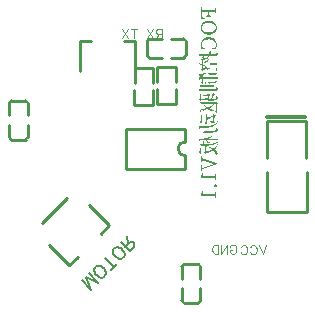
<source format=gbo>
G04 Layer: BottomSilkLayer*
G04 EasyEDA v6.3.53, 2020-12-20T20:36:17+08:00*
G04 c64323ac755740268967727d35aa34f5,c1f3c4082e0f4854a6dddf38f96dced1,10*
G04 Gerber Generator version 0.2*
G04 Scale: 100 percent, Rotated: No, Reflected: No *
G04 Dimensions in millimeters *
G04 leading zeros omitted , absolute positions ,3 integer and 3 decimal *
%FSLAX33Y33*%
%MOMM*%
G90*
G71D02*

%ADD10C,0.254000*%
%ADD37C,0.152400*%
%ADD38C,0.330200*%
%ADD39C,0.100000*%

%LPD*%
G54D10*
G01X4443Y7756D02*
G01X6564Y9878D01*
G01X7483Y4857D02*
G01X6776Y4150D01*
G01X5079Y5847D01*
G01X9463Y6837D02*
G01X10100Y7473D01*
G01X10170Y7544D01*
G01X10100Y7615D01*
G01X8473Y9241D01*
G01X1881Y14793D02*
G01X3081Y14793D01*
G01X1681Y16843D02*
G01X1681Y17843D01*
G01X3282Y16843D02*
G01X3282Y17843D01*
G01X1681Y16043D02*
G01X1681Y15043D01*
G01X3282Y16043D02*
G01X3282Y15043D01*
G01X1881Y18093D02*
G01X3081Y18093D01*
G01X1681Y17893D02*
G01X1681Y17843D01*
G01X3282Y17893D02*
G01X3282Y17843D01*
G01X1681Y14993D02*
G01X1681Y15043D01*
G01X3282Y14993D02*
G01X3282Y15043D01*
G01X13363Y23127D02*
G01X13363Y21927D01*
G01X15413Y23327D02*
G01X16413Y23327D01*
G01X15413Y21727D02*
G01X16413Y21727D01*
G01X14613Y23327D02*
G01X13613Y23327D01*
G01X14613Y21727D02*
G01X13613Y21727D01*
G01X16663Y23127D02*
G01X16663Y21927D01*
G01X16463Y23327D02*
G01X16413Y23327D01*
G01X16463Y21727D02*
G01X16413Y21727D01*
G01X13563Y23327D02*
G01X13613Y23327D01*
G01X13563Y21727D02*
G01X13613Y21727D01*
G01X8608Y23182D02*
G01X7709Y23182D01*
G01X7709Y20582D01*
G01X12308Y20582D02*
G01X12308Y23182D01*
G01X11409Y23182D01*
G01X23490Y12086D02*
G01X23490Y8708D01*
G01X26868Y8708D01*
G01X26868Y12086D01*
G54D38*
G01X23490Y16709D02*
G01X26767Y16709D01*
G54D10*
G01X26817Y13267D02*
G01X26817Y16353D01*
G01X23490Y16353D01*
G01X23490Y13267D01*
G01X17693Y4261D02*
G01X16493Y4261D01*
G01X17893Y2212D02*
G01X17893Y1211D01*
G01X16293Y2212D02*
G01X16293Y1211D01*
G01X17893Y3012D02*
G01X17893Y4011D01*
G01X16293Y3012D02*
G01X16293Y4011D01*
G01X17693Y961D02*
G01X16493Y961D01*
G01X17893Y1161D02*
G01X17893Y1211D01*
G01X16293Y1161D02*
G01X16293Y1211D01*
G01X17893Y4061D02*
G01X17893Y4011D01*
G01X16293Y4061D02*
G01X16293Y4011D01*
G01X13902Y17753D02*
G01X12302Y17753D01*
G01X12308Y19604D02*
G01X12308Y20854D01*
G01X13908Y19604D02*
G01X13908Y20854D01*
G01X12302Y19004D02*
G01X12302Y17753D01*
G01X13902Y19004D02*
G01X13902Y17753D01*
G01X13908Y20854D02*
G01X12308Y20854D01*
G01X15800Y17844D02*
G01X14200Y17844D01*
G01X14206Y19695D02*
G01X14206Y20945D01*
G01X15806Y19695D02*
G01X15806Y20945D01*
G01X14200Y19095D02*
G01X14200Y17844D01*
G01X15800Y19095D02*
G01X15800Y17844D01*
G01X15806Y20945D02*
G01X14206Y20945D01*
G01X16616Y14599D02*
G01X16616Y15699D01*
G01X11626Y15699D01*
G01X11626Y15699D02*
G01X11626Y12328D01*
G01X11626Y12328D02*
G01X16616Y12328D01*
G01X16616Y13419D01*
G54D39*
G01X14597Y24141D02*
G01X14597Y23377D01*
G01X14597Y24141D02*
G01X14270Y24141D01*
G01X14161Y24104D01*
G01X14125Y24068D01*
G01X14088Y23995D01*
G01X14088Y23923D01*
G01X14125Y23850D01*
G01X14161Y23813D01*
G01X14270Y23777D01*
G01X14597Y23777D01*
G01X14343Y23777D02*
G01X14088Y23377D01*
G01X13848Y24141D02*
G01X13339Y23377D01*
G01X13339Y24141D02*
G01X13848Y23377D01*
G01X12285Y24141D02*
G01X12285Y23377D01*
G01X12539Y24141D02*
G01X12030Y24141D01*
G01X11790Y24141D02*
G01X11281Y23377D01*
G01X11281Y24141D02*
G01X11790Y23377D01*
G01X20396Y5720D02*
G01X20432Y5793D01*
G01X20505Y5865D01*
G01X20578Y5902D01*
G01X20723Y5902D01*
G01X20796Y5865D01*
G01X20869Y5793D01*
G01X20905Y5720D01*
G01X20941Y5611D01*
G01X20941Y5429D01*
G01X20905Y5320D01*
G01X20869Y5247D01*
G01X20796Y5174D01*
G01X20723Y5138D01*
G01X20578Y5138D01*
G01X20505Y5174D01*
G01X20432Y5247D01*
G01X20396Y5320D01*
G01X20396Y5429D01*
G01X20578Y5429D02*
G01X20396Y5429D01*
G01X20156Y5902D02*
G01X20156Y5138D01*
G01X20156Y5902D02*
G01X19647Y5138D01*
G01X19647Y5902D02*
G01X19647Y5138D01*
G01X19407Y5902D02*
G01X19407Y5138D01*
G01X19407Y5902D02*
G01X19152Y5902D01*
G01X19043Y5865D01*
G01X18971Y5793D01*
G01X18934Y5720D01*
G01X18898Y5611D01*
G01X18898Y5429D01*
G01X18934Y5320D01*
G01X18971Y5247D01*
G01X19043Y5174D01*
G01X19152Y5138D01*
G01X19407Y5138D01*
G01X23463Y5850D02*
G01X23173Y5086D01*
G01X22882Y5850D02*
G01X23173Y5086D01*
G01X22096Y5668D02*
G01X22133Y5741D01*
G01X22205Y5813D01*
G01X22278Y5850D01*
G01X22423Y5850D01*
G01X22496Y5813D01*
G01X22569Y5741D01*
G01X22605Y5668D01*
G01X22642Y5559D01*
G01X22642Y5377D01*
G01X22605Y5268D01*
G01X22569Y5195D01*
G01X22496Y5123D01*
G01X22423Y5086D01*
G01X22278Y5086D01*
G01X22205Y5123D01*
G01X22133Y5195D01*
G01X22096Y5268D01*
G01X21311Y5668D02*
G01X21347Y5741D01*
G01X21420Y5813D01*
G01X21493Y5850D01*
G01X21638Y5850D01*
G01X21711Y5813D01*
G01X21783Y5741D01*
G01X21820Y5668D01*
G01X21856Y5559D01*
G01X21856Y5377D01*
G01X21820Y5268D01*
G01X21783Y5195D01*
G01X21711Y5123D01*
G01X21638Y5086D01*
G01X21493Y5086D01*
G01X21420Y5123D01*
G01X21347Y5195D01*
G01X21311Y5268D01*

%LPD*%
G36*
G01X18007Y25995D02*
G01X17939Y25995D01*
G01X17939Y25030D01*
G01X18281Y25017D01*
G01X18281Y25114D01*
G01X18022Y25167D01*
G01X18022Y25630D01*
G01X18278Y25634D01*
G01X18408Y25634D01*
G01X18474Y25635D01*
G01X18540Y25635D01*
G01X18540Y25327D01*
G01X18347Y25302D01*
G01X18347Y25221D01*
G01X18820Y25221D01*
G01X18820Y25302D01*
G01X18617Y25327D01*
G01X18617Y25635D01*
G01X18687Y25635D01*
G01X18757Y25634D01*
G01X18892Y25634D01*
G01X18959Y25633D01*
G01X19089Y25631D01*
G01X19153Y25630D01*
G01X19173Y25444D01*
G01X19242Y25444D01*
G01X19242Y25995D01*
G01X19173Y25995D01*
G01X19155Y25815D01*
G01X19091Y25814D01*
G01X19027Y25814D01*
G01X18898Y25813D01*
G01X18282Y25813D01*
G01X18153Y25814D01*
G01X18089Y25814D01*
G01X18025Y25815D01*
G01X18007Y25995D01*
G37*

%LPD*%
G36*
G01X18669Y24874D02*
G01X18589Y24878D01*
G01X18511Y24874D01*
G01X18437Y24865D01*
G01X18367Y24849D01*
G01X18302Y24827D01*
G01X18242Y24801D01*
G01X18186Y24770D01*
G01X18135Y24735D01*
G01X18088Y24695D01*
G01X18047Y24652D01*
G01X18011Y24605D01*
G01X17980Y24556D01*
G01X17954Y24505D01*
G01X17934Y24451D01*
G01X17920Y24396D01*
G01X17911Y24340D01*
G01X17908Y24283D01*
G01X17911Y24227D01*
G01X17919Y24171D01*
G01X17933Y24116D01*
G01X17953Y24063D01*
G01X17977Y24012D01*
G01X18008Y23963D01*
G01X18043Y23917D01*
G01X18083Y23874D01*
G01X18130Y23834D01*
G01X18180Y23799D01*
G01X18236Y23768D01*
G01X18297Y23741D01*
G01X18363Y23720D01*
G01X18433Y23704D01*
G01X18508Y23695D01*
G01X18589Y23692D01*
G01X18667Y23695D01*
G01X18741Y23704D01*
G01X18811Y23720D01*
G01X18876Y23741D01*
G01X18937Y23767D01*
G01X18993Y23798D01*
G01X19044Y23833D01*
G01X19090Y23872D01*
G01X19131Y23915D01*
G01X19167Y23961D01*
G01X19198Y24010D01*
G01X19223Y24061D01*
G01X19244Y24114D01*
G01X19258Y24170D01*
G01X19266Y24226D01*
G01X19269Y24283D01*
G01X19266Y24340D01*
G01X19258Y24397D01*
G01X19245Y24452D01*
G01X19225Y24506D01*
G01X19200Y24557D01*
G01X19170Y24607D01*
G01X19135Y24653D01*
G01X19095Y24696D01*
G01X19049Y24735D01*
G01X18998Y24771D01*
G01X18942Y24802D01*
G01X18881Y24828D01*
G01X18816Y24849D01*
G01X18745Y24865D01*
G01X18669Y24874D01*
G37*

%LPC*%
G36*
G01X18646Y24676D02*
G01X18589Y24677D01*
G01X18532Y24676D01*
G01X18475Y24671D01*
G01X18421Y24664D01*
G01X18367Y24654D01*
G01X18316Y24641D01*
G01X18267Y24624D01*
G01X18220Y24604D01*
G01X18177Y24582D01*
G01X18138Y24556D01*
G01X18102Y24527D01*
G01X18071Y24495D01*
G01X18044Y24459D01*
G01X18023Y24421D01*
G01X18008Y24378D01*
G01X17997Y24333D01*
G01X17994Y24283D01*
G01X17997Y24234D01*
G01X18008Y24188D01*
G01X18023Y24146D01*
G01X18044Y24108D01*
G01X18071Y24072D01*
G01X18102Y24040D01*
G01X18138Y24011D01*
G01X18177Y23986D01*
G01X18220Y23963D01*
G01X18267Y23944D01*
G01X18316Y23928D01*
G01X18367Y23915D01*
G01X18421Y23905D01*
G01X18475Y23898D01*
G01X18532Y23893D01*
G01X18589Y23892D01*
G01X18646Y23893D01*
G01X18703Y23898D01*
G01X18758Y23905D01*
G01X18812Y23915D01*
G01X18863Y23928D01*
G01X18912Y23944D01*
G01X18959Y23963D01*
G01X19002Y23986D01*
G01X19042Y24011D01*
G01X19078Y24040D01*
G01X19109Y24072D01*
G01X19135Y24108D01*
G01X19157Y24146D01*
G01X19172Y24188D01*
G01X19182Y24234D01*
G01X19186Y24283D01*
G01X19182Y24333D01*
G01X19172Y24378D01*
G01X19157Y24421D01*
G01X19135Y24459D01*
G01X19109Y24495D01*
G01X19078Y24527D01*
G01X19042Y24556D01*
G01X19002Y24582D01*
G01X18959Y24604D01*
G01X18912Y24624D01*
G01X18863Y24641D01*
G01X18812Y24654D01*
G01X18758Y24664D01*
G01X18703Y24671D01*
G01X18646Y24676D01*
G37*

%LPD*%
G36*
G01X18649Y23481D02*
G01X18589Y23483D01*
G01X18530Y23481D01*
G01X18473Y23475D01*
G01X18418Y23465D01*
G01X18365Y23451D01*
G01X18314Y23433D01*
G01X18266Y23412D01*
G01X18220Y23387D01*
G01X18177Y23359D01*
G01X18136Y23328D01*
G01X18099Y23294D01*
G01X18064Y23258D01*
G01X18032Y23218D01*
G01X18005Y23176D01*
G01X17980Y23131D01*
G01X17958Y23085D01*
G01X17941Y23035D01*
G01X17926Y22984D01*
G01X17916Y22931D01*
G01X17910Y22877D01*
G01X17908Y22820D01*
G01X17909Y22777D01*
G01X17912Y22733D01*
G01X17918Y22687D01*
G01X17928Y22641D01*
G01X17941Y22593D01*
G01X17957Y22545D01*
G01X17979Y22497D01*
G01X18005Y22450D01*
G01X18292Y22447D01*
G01X18292Y22554D01*
G01X18043Y22599D01*
G01X18020Y22650D01*
G01X18005Y22700D01*
G01X17997Y22750D01*
G01X17994Y22800D01*
G01X17997Y22850D01*
G01X18004Y22898D01*
G01X18016Y22944D01*
G01X18033Y22989D01*
G01X18054Y23031D01*
G01X18081Y23071D01*
G01X18111Y23108D01*
G01X18147Y23142D01*
G01X18186Y23173D01*
G01X18231Y23201D01*
G01X18280Y23225D01*
G01X18333Y23245D01*
G01X18391Y23261D01*
G01X18452Y23273D01*
G01X18518Y23280D01*
G01X18589Y23283D01*
G01X18659Y23280D01*
G01X18726Y23274D01*
G01X18788Y23262D01*
G01X18846Y23248D01*
G01X18899Y23229D01*
G01X18948Y23206D01*
G01X18993Y23180D01*
G01X19033Y23150D01*
G01X19068Y23117D01*
G01X19099Y23080D01*
G01X19125Y23041D01*
G01X19147Y23000D01*
G01X19164Y22955D01*
G01X19176Y22908D01*
G01X19183Y22859D01*
G01X19186Y22808D01*
G01X19183Y22752D01*
G01X19175Y22695D01*
G01X19160Y22639D01*
G01X19137Y22582D01*
G01X18888Y22536D01*
G01X18888Y22429D01*
G01X19175Y22432D01*
G01X19198Y22477D01*
G01X19218Y22524D01*
G01X19234Y22572D01*
G01X19247Y22620D01*
G01X19257Y22669D01*
G01X19264Y22719D01*
G01X19268Y22769D01*
G01X19269Y22820D01*
G01X19267Y22878D01*
G01X19261Y22935D01*
G01X19251Y22989D01*
G01X19237Y23040D01*
G01X19220Y23090D01*
G01X19199Y23137D01*
G01X19174Y23182D01*
G01X19147Y23224D01*
G01X19116Y23263D01*
G01X19082Y23299D01*
G01X19044Y23333D01*
G01X19004Y23363D01*
G01X18961Y23390D01*
G01X18915Y23414D01*
G01X18867Y23435D01*
G01X18815Y23452D01*
G01X18762Y23466D01*
G01X18707Y23475D01*
G01X18649Y23481D01*
G37*

%LPD*%
G36*
G01X18645Y21680D02*
G01X18622Y21700D01*
G01X18581Y21657D01*
G01X18535Y21613D01*
G01X18483Y21570D01*
G01X18426Y21528D01*
G01X18366Y21487D01*
G01X18301Y21448D01*
G01X18234Y21412D01*
G01X18165Y21380D01*
G01X18253Y21200D01*
G01X18266Y21210D01*
G01X18275Y21225D01*
G01X18279Y21246D01*
G01X18279Y21274D01*
G01X18338Y21315D01*
G01X18394Y21361D01*
G01X18446Y21409D01*
G01X18494Y21460D01*
G01X18538Y21513D01*
G01X18578Y21568D01*
G01X18614Y21624D01*
G01X18645Y21680D01*
G37*

%LPD*%
G36*
G01X17815Y21310D02*
G01X17761Y21355D01*
G01X17748Y21337D01*
G01X17778Y21253D01*
G01X17814Y21188D01*
G01X17852Y21141D01*
G01X17891Y21111D01*
G01X17930Y21095D01*
G01X17966Y21091D01*
G01X17997Y21097D01*
G01X18023Y21112D01*
G01X18040Y21135D01*
G01X18047Y21162D01*
G01X18041Y21193D01*
G01X18022Y21225D01*
G01X17951Y21239D01*
G01X17880Y21269D01*
G01X17815Y21310D01*
G37*

%LPD*%
G36*
G01X19313Y21751D02*
G01X19262Y21764D01*
G01X19262Y21271D01*
G01X18739Y21271D01*
G01X18739Y21611D01*
G01X18688Y21627D01*
G01X18688Y20987D01*
G01X18571Y20893D01*
G01X18585Y20875D01*
G01X18619Y20833D01*
G01X18664Y20778D01*
G01X18711Y20725D01*
G01X18722Y20731D01*
G01X18731Y20742D01*
G01X18737Y20756D01*
G01X18739Y20776D01*
G01X18739Y21131D01*
G01X19262Y21131D01*
G01X19262Y20887D01*
G01X19142Y20796D01*
G01X19156Y20778D01*
G01X19192Y20735D01*
G01X19238Y20679D01*
G01X19285Y20626D01*
G01X19296Y20632D01*
G01X19305Y20642D01*
G01X19311Y20656D01*
G01X19313Y20674D01*
G01X19313Y21751D01*
G37*

%LPD*%
G36*
G01X18830Y22231D02*
G01X18660Y22302D01*
G01X18647Y22252D01*
G01X18628Y22190D01*
G01X18604Y22119D01*
G01X18576Y22041D01*
G01X18203Y22041D01*
G01X18203Y22269D01*
G01X18152Y22282D01*
G01X18152Y22041D01*
G01X17745Y22041D01*
G01X17766Y21840D01*
G01X17783Y21845D01*
G01X17797Y21857D01*
G01X17808Y21877D01*
G01X17814Y21906D01*
G01X18152Y21906D01*
G01X18152Y21870D01*
G01X18043Y21794D01*
G01X18055Y21780D01*
G01X18086Y21746D01*
G01X18127Y21703D01*
G01X18170Y21662D01*
G01X18129Y21638D01*
G01X18077Y21619D01*
G01X18020Y21609D01*
G01X17964Y21611D01*
G01X17964Y21581D01*
G01X17987Y21572D01*
G01X18009Y21565D01*
G01X18053Y21555D01*
G01X18053Y20847D01*
G01X17972Y20768D01*
G01X18111Y20623D01*
G01X18119Y20635D01*
G01X18125Y20650D01*
G01X18129Y20667D01*
G01X18132Y20689D01*
G01X18175Y20726D01*
G01X18275Y20816D01*
G01X18320Y20860D01*
G01X18378Y20791D01*
G01X18435Y20748D01*
G01X18487Y20726D01*
G01X18531Y20722D01*
G01X18565Y20735D01*
G01X18586Y20760D01*
G01X18590Y20796D01*
G01X18576Y20839D01*
G01X18530Y20863D01*
G01X18482Y20894D01*
G01X18432Y20930D01*
G01X18381Y20970D01*
G01X18332Y21011D01*
G01X18284Y21055D01*
G01X18240Y21096D01*
G01X18200Y21136D01*
G01X18185Y21119D01*
G01X18211Y21051D01*
G01X18239Y20990D01*
G01X18268Y20935D01*
G01X18297Y20887D01*
G01X18252Y20875D01*
G01X18203Y20863D01*
G01X18153Y20851D01*
G01X18106Y20839D01*
G01X18106Y21548D01*
G01X18167Y21546D01*
G01X18220Y21552D01*
G01X18264Y21566D01*
G01X18297Y21586D01*
G01X18317Y21614D01*
G01X18325Y21650D01*
G01X18317Y21684D01*
G01X18294Y21710D01*
G01X18270Y21719D01*
G01X18246Y21718D01*
G01X18224Y21709D01*
G01X18203Y21695D01*
G01X18203Y21906D01*
G01X18528Y21906D01*
G01X18504Y21847D01*
G01X18481Y21786D01*
G01X18457Y21726D01*
G01X18434Y21665D01*
G01X18457Y21655D01*
G01X18491Y21709D01*
G01X18530Y21769D01*
G01X18572Y21834D01*
G01X18617Y21906D01*
G01X19186Y21906D01*
G01X19261Y21912D01*
G01X19319Y21937D01*
G01X19360Y21997D01*
G01X19384Y22104D01*
G01X19350Y22109D01*
G01X19320Y22116D01*
G01X19294Y22127D01*
G01X19275Y22142D01*
G01X19257Y22165D01*
G01X19243Y22196D01*
G01X19231Y22237D01*
G01X19221Y22290D01*
G01X19193Y22290D01*
G01X19195Y22262D01*
G01X19199Y22199D01*
G01X19204Y22128D01*
G01X19206Y22081D01*
G01X19204Y22061D01*
G01X19198Y22048D01*
G01X19187Y22042D01*
G01X19170Y22041D01*
G01X18698Y22041D01*
G01X18740Y22113D01*
G01X18762Y22151D01*
G01X18784Y22190D01*
G01X18799Y22198D01*
G01X18813Y22207D01*
G01X18823Y22218D01*
G01X18830Y22231D01*
G37*

%LPD*%
G36*
G01X18391Y20499D02*
G01X18337Y20514D01*
G01X18337Y20064D01*
G01X18101Y20064D01*
G01X18101Y20291D01*
G01X18156Y20328D01*
G01X18207Y20368D01*
G01X18254Y20409D01*
G01X18297Y20453D01*
G01X18281Y20479D01*
G01X18234Y20454D01*
G01X18181Y20430D01*
G01X18124Y20407D01*
G01X18064Y20386D01*
G01X18001Y20365D01*
G01X17936Y20347D01*
G01X17870Y20330D01*
G01X17804Y20316D01*
G01X17862Y20120D01*
G01X17876Y20128D01*
G01X17887Y20141D01*
G01X17895Y20160D01*
G01X17898Y20186D01*
G01X17937Y20202D01*
G01X17976Y20220D01*
G01X18014Y20239D01*
G01X18050Y20260D01*
G01X18050Y20064D01*
G01X17753Y20064D01*
G01X17776Y19864D01*
G01X17793Y19870D01*
G01X17808Y19882D01*
G01X17819Y19901D01*
G01X17827Y19930D01*
G01X18050Y19930D01*
G01X18050Y19752D01*
G01X17939Y19666D01*
G01X17952Y19649D01*
G01X17985Y19608D01*
G01X18029Y19556D01*
G01X18076Y19506D01*
G01X18087Y19513D01*
G01X18095Y19524D01*
G01X18100Y19538D01*
G01X18101Y19554D01*
G01X18101Y19930D01*
G01X18337Y19930D01*
G01X18337Y19701D01*
G01X18228Y19612D01*
G01X18241Y19596D01*
G01X18274Y19556D01*
G01X18318Y19504D01*
G01X18363Y19452D01*
G01X18375Y19458D01*
G01X18384Y19469D01*
G01X18389Y19483D01*
G01X18391Y19501D01*
G01X18391Y19930D01*
G01X18604Y19930D01*
G01X18604Y19727D01*
G01X18525Y19661D01*
G01X18642Y19501D01*
G01X18653Y19511D01*
G01X18664Y19528D01*
G01X18673Y19549D01*
G01X18680Y19574D01*
G01X19079Y19574D01*
G01X19147Y19579D01*
G01X19199Y19601D01*
G01X19234Y19650D01*
G01X19254Y19737D01*
G01X19225Y19739D01*
G01X19198Y19743D01*
G01X19174Y19751D01*
G01X19155Y19762D01*
G01X19142Y19773D01*
G01X19131Y19790D01*
G01X19122Y19814D01*
G01X19115Y19846D01*
G01X19084Y19846D01*
G01X19085Y19832D01*
G01X19088Y19801D01*
G01X19091Y19764D01*
G01X19092Y19737D01*
G01X19090Y19723D01*
G01X19085Y19714D01*
G01X19076Y19710D01*
G01X19064Y19709D01*
G01X18652Y19709D01*
G01X18652Y19930D01*
G01X19330Y19930D01*
G01X19347Y19939D01*
G01X19364Y19964D01*
G01X19378Y19998D01*
G01X19384Y20037D01*
G01X19384Y20064D01*
G01X18652Y20064D01*
G01X18652Y20283D01*
G01X19221Y20283D01*
G01X19233Y20292D01*
G01X19246Y20316D01*
G01X19257Y20352D01*
G01X19262Y20392D01*
G01X19262Y20412D01*
G01X18540Y20412D01*
G01X18604Y20270D01*
G01X18604Y20064D01*
G01X18391Y20064D01*
G01X18391Y20499D01*
G37*

%LPD*%
G36*
G01X19013Y19394D02*
G01X17893Y19394D01*
G01X17913Y19203D01*
G01X17929Y19209D01*
G01X17943Y19220D01*
G01X17953Y19237D01*
G01X17959Y19264D01*
G01X18970Y19264D01*
G01X18984Y19274D01*
G01X18998Y19298D01*
G01X19008Y19332D01*
G01X19013Y19369D01*
G01X19013Y19394D01*
G37*

%LPD*%
G36*
G01X19236Y19318D02*
G01X19209Y19318D01*
G01X19211Y19290D01*
G01X19215Y19228D01*
G01X19219Y19159D01*
G01X19221Y19112D01*
G01X19219Y19093D01*
G01X19213Y19082D01*
G01X19202Y19075D01*
G01X19186Y19074D01*
G01X17778Y19074D01*
G01X17799Y18876D01*
G01X17816Y18881D01*
G01X17830Y18893D01*
G01X17841Y18912D01*
G01X17847Y18939D01*
G01X19196Y18939D01*
G01X19269Y18945D01*
G01X19325Y18972D01*
G01X19364Y19032D01*
G01X19386Y19137D01*
G01X19355Y19140D01*
G01X19328Y19148D01*
G01X19306Y19159D01*
G01X19287Y19175D01*
G01X19270Y19196D01*
G01X19256Y19225D01*
G01X19245Y19265D01*
G01X19236Y19318D01*
G37*

%LPD*%
G36*
G01X19097Y18647D02*
G01X18927Y18731D01*
G01X18919Y18693D01*
G01X18908Y18646D01*
G01X18895Y18590D01*
G01X18880Y18527D01*
G01X18863Y18459D01*
G01X18844Y18388D01*
G01X18824Y18313D01*
G01X18805Y18238D01*
G01X18830Y18231D01*
G01X18850Y18264D01*
G01X18873Y18301D01*
G01X18898Y18343D01*
G01X18925Y18388D01*
G01X18954Y18437D01*
G01X18985Y18491D01*
G01X19017Y18548D01*
G01X19051Y18609D01*
G01X19067Y18616D01*
G01X19080Y18624D01*
G01X19091Y18634D01*
G01X19097Y18647D01*
G37*

%LPD*%
G36*
G01X18685Y18571D02*
G01X18589Y18703D01*
G01X18579Y18689D01*
G01X18570Y18673D01*
G01X18561Y18655D01*
G01X18553Y18637D01*
G01X18497Y18629D01*
G01X18434Y18621D01*
G01X18368Y18613D01*
G01X18300Y18606D01*
G01X18233Y18599D01*
G01X18170Y18593D01*
G01X18113Y18589D01*
G01X18066Y18586D01*
G01X18106Y18406D01*
G01X18121Y18413D01*
G01X18134Y18427D01*
G01X18143Y18447D01*
G01X18147Y18474D01*
G01X18193Y18477D01*
G01X18243Y18482D01*
G01X18296Y18487D01*
G01X18352Y18493D01*
G01X18464Y18506D01*
G01X18518Y18513D01*
G01X18568Y18520D01*
G01X18568Y18314D01*
G01X18516Y18307D01*
G01X18461Y18301D01*
G01X18405Y18295D01*
G01X18349Y18290D01*
G01X18292Y18284D01*
G01X18236Y18280D01*
G01X18180Y18275D01*
G01X18126Y18271D01*
G01X18073Y18268D01*
G01X18022Y18264D01*
G01X17974Y18261D01*
G01X17928Y18259D01*
G01X17928Y18670D01*
G01X17878Y18685D01*
G01X17878Y18274D01*
G01X17804Y18213D01*
G01X17923Y18060D01*
G01X17932Y18073D01*
G01X17941Y18090D01*
G01X17948Y18111D01*
G01X17954Y18137D01*
G01X18009Y18140D01*
G01X18072Y18144D01*
G01X18141Y18149D01*
G01X18215Y18154D01*
G01X18292Y18160D01*
G01X18369Y18167D01*
G01X18446Y18173D01*
G01X18520Y18180D01*
G01X18492Y18154D01*
G01X18609Y18015D01*
G01X18618Y18026D01*
G01X18626Y18042D01*
G01X18632Y18061D01*
G01X18637Y18086D01*
G01X18738Y18090D01*
G01X18831Y18095D01*
G01X18914Y18102D01*
G01X18989Y18110D01*
G01X19055Y18118D01*
G01X19114Y18128D01*
G01X19165Y18140D01*
G01X19210Y18152D01*
G01X19247Y18166D01*
G01X19279Y18181D01*
G01X19304Y18198D01*
G01X19323Y18215D01*
G01X19350Y18252D01*
G01X19370Y18293D01*
G01X19380Y18337D01*
G01X19384Y18386D01*
G01X19357Y18386D01*
G01X19333Y18390D01*
G01X19313Y18397D01*
G01X19297Y18411D01*
G01X19285Y18429D01*
G01X19273Y18456D01*
G01X19263Y18488D01*
G01X19254Y18525D01*
G01X19224Y18525D01*
G01X19228Y18482D01*
G01X19232Y18435D01*
G01X19235Y18391D01*
G01X19236Y18358D01*
G01X19236Y18338D01*
G01X19233Y18322D01*
G01X19228Y18309D01*
G01X19219Y18297D01*
G01X19195Y18281D01*
G01X19159Y18267D01*
G01X19107Y18253D01*
G01X19041Y18242D01*
G01X18960Y18231D01*
G01X18863Y18222D01*
G01X18751Y18214D01*
G01X18622Y18208D01*
G01X18622Y18513D01*
G01X18685Y18571D01*
G37*

%LPD*%
G36*
G01X19358Y17883D02*
G01X19262Y18025D01*
G01X19252Y18015D01*
G01X19242Y18004D01*
G01X19231Y17990D01*
G01X19221Y17977D01*
G01X17817Y17977D01*
G01X17900Y17824D01*
G01X17900Y17324D01*
G01X17801Y17248D01*
G01X17813Y17233D01*
G01X17842Y17196D01*
G01X17882Y17150D01*
G01X17923Y17105D01*
G01X17936Y17111D01*
G01X17946Y17122D01*
G01X17952Y17136D01*
G01X17954Y17154D01*
G01X17954Y17847D01*
G01X19051Y17847D01*
G01X18992Y17801D01*
G01X18930Y17757D01*
G01X18865Y17715D01*
G01X18797Y17674D01*
G01X18727Y17636D01*
G01X18655Y17600D01*
G01X18583Y17566D01*
G01X18510Y17535D01*
G01X18463Y17565D01*
G01X18416Y17597D01*
G01X18370Y17628D01*
G01X18326Y17660D01*
G01X18282Y17691D01*
G01X18240Y17722D01*
G01X18200Y17752D01*
G01X18162Y17781D01*
G01X18149Y17756D01*
G01X18213Y17679D01*
G01X18277Y17610D01*
G01X18339Y17547D01*
G01X18401Y17491D01*
G01X18309Y17457D01*
G01X18220Y17428D01*
G01X18133Y17404D01*
G01X18050Y17385D01*
G01X18111Y17184D01*
G01X18126Y17193D01*
G01X18136Y17206D01*
G01X18141Y17226D01*
G01X18142Y17255D01*
G01X18182Y17270D01*
G01X18225Y17286D01*
G01X18268Y17303D01*
G01X18313Y17321D01*
G01X18405Y17361D01*
G01X18452Y17383D01*
G01X18500Y17405D01*
G01X18570Y17352D01*
G01X18638Y17308D01*
G01X18701Y17271D01*
G01X18760Y17242D01*
G01X18814Y17219D01*
G01X18864Y17203D01*
G01X18908Y17193D01*
G01X18947Y17188D01*
G01X18981Y17189D01*
G01X19008Y17194D01*
G01X19029Y17203D01*
G01X19043Y17216D01*
G01X19050Y17232D01*
G01X19050Y17252D01*
G01X19041Y17273D01*
G01X19026Y17296D01*
G01X18979Y17307D01*
G01X18932Y17321D01*
G01X18882Y17339D01*
G01X18831Y17360D01*
G01X18779Y17384D01*
G01X18726Y17410D01*
G01X18673Y17439D01*
G01X18619Y17469D01*
G01X18682Y17506D01*
G01X18744Y17545D01*
G01X18805Y17587D01*
G01X18865Y17631D01*
G01X18923Y17677D01*
G01X18978Y17726D01*
G01X19031Y17777D01*
G01X19082Y17832D01*
G01X19069Y17847D01*
G01X19234Y17847D01*
G01X19234Y17298D01*
G01X19132Y17225D01*
G01X19144Y17210D01*
G01X19174Y17173D01*
G01X19215Y17126D01*
G01X19257Y17080D01*
G01X19268Y17086D01*
G01X19277Y17096D01*
G01X19283Y17110D01*
G01X19285Y17128D01*
G01X19285Y17832D01*
G01X19358Y17883D01*
G37*

%LPD*%
G36*
G01X18012Y16856D02*
G01X17959Y16869D01*
G01X17959Y16437D01*
G01X17847Y16348D01*
G01X17860Y16332D01*
G01X17892Y16290D01*
G01X17936Y16237D01*
G01X17982Y16186D01*
G01X17995Y16191D01*
G01X18005Y16201D01*
G01X18010Y16214D01*
G01X18012Y16232D01*
G01X18012Y16856D01*
G37*

%LPD*%
G36*
G01X18403Y16940D02*
G01X18350Y16953D01*
G01X18350Y16343D01*
G01X18238Y16252D01*
G01X18251Y16235D01*
G01X18285Y16195D01*
G01X18329Y16142D01*
G01X18375Y16092D01*
G01X18388Y16098D01*
G01X18397Y16107D01*
G01X18402Y16120D01*
G01X18403Y16138D01*
G01X18403Y16633D01*
G01X18474Y16427D01*
G01X18487Y16435D01*
G01X18497Y16449D01*
G01X18505Y16467D01*
G01X18507Y16491D01*
G01X18566Y16522D01*
G01X18627Y16558D01*
G01X18691Y16598D01*
G01X18756Y16642D01*
G01X18819Y16687D01*
G01X18881Y16734D01*
G01X18939Y16780D01*
G01X18993Y16826D01*
G01X18988Y16778D01*
G01X18982Y16725D01*
G01X18976Y16669D01*
G01X18969Y16608D01*
G01X18961Y16543D01*
G01X18951Y16476D01*
G01X18942Y16406D01*
G01X18932Y16336D01*
G01X18851Y16357D01*
G01X18774Y16384D01*
G01X18700Y16414D01*
G01X18634Y16445D01*
G01X18624Y16420D01*
G01X18678Y16355D01*
G01X18731Y16303D01*
G01X18784Y16260D01*
G01X18836Y16228D01*
G01X18886Y16204D01*
G01X18933Y16189D01*
G01X18977Y16181D01*
G01X19016Y16180D01*
G01X19051Y16185D01*
G01X19080Y16195D01*
G01X19103Y16209D01*
G01X19118Y16227D01*
G01X19126Y16247D01*
G01X19125Y16270D01*
G01X19115Y16294D01*
G01X19094Y16318D01*
G01X19067Y16318D01*
G01X19011Y16322D01*
G01X18982Y16326D01*
G01X18999Y16375D01*
G01X19017Y16428D01*
G01X19037Y16485D01*
G01X19058Y16544D01*
G01X19078Y16607D01*
G01X19100Y16672D01*
G01X19121Y16740D01*
G01X19142Y16811D01*
G01X19156Y16820D01*
G01X19167Y16832D01*
G01X19175Y16843D01*
G01X19181Y16856D01*
G01X18985Y16938D01*
G01X18983Y16931D01*
G01X18972Y16898D01*
G01X18965Y16884D01*
G01X18913Y16849D01*
G01X18850Y16812D01*
G01X18777Y16776D01*
G01X18699Y16741D01*
G01X18619Y16709D01*
G01X18541Y16680D01*
G01X18468Y16656D01*
G01X18403Y16638D01*
G01X18403Y16940D01*
G37*

%LPD*%
G36*
G01X19394Y16374D02*
G01X19366Y16394D01*
G01X19322Y16338D01*
G01X19276Y16288D01*
G01X19229Y16240D01*
G01X19181Y16198D01*
G01X19131Y16159D01*
G01X19080Y16124D01*
G01X19028Y16092D01*
G01X18973Y16064D01*
G01X18918Y16040D01*
G01X18862Y16018D01*
G01X18803Y15998D01*
G01X18744Y15982D01*
G01X18683Y15968D01*
G01X18621Y15956D01*
G01X18557Y15947D01*
G01X18492Y15939D01*
G01X18425Y15932D01*
G01X18358Y15927D01*
G01X18289Y15924D01*
G01X18218Y15922D01*
G01X18218Y16199D01*
G01X18167Y16214D01*
G01X18167Y15922D01*
G01X18117Y15921D01*
G01X18066Y15921D01*
G01X18014Y15920D01*
G01X17962Y15921D01*
G01X17800Y15921D01*
G01X17745Y15922D01*
G01X17768Y15713D01*
G01X17786Y15720D01*
G01X17799Y15731D01*
G01X17809Y15751D01*
G01X17817Y15780D01*
G01X17995Y15780D01*
G01X18082Y15781D01*
G01X18167Y15782D01*
G01X18167Y15523D01*
G01X18083Y15442D01*
G01X18210Y15292D01*
G01X18220Y15305D01*
G01X18229Y15321D01*
G01X18236Y15342D01*
G01X18241Y15371D01*
G01X18360Y15373D01*
G01X18470Y15375D01*
G01X18574Y15379D01*
G01X18669Y15382D01*
G01X18757Y15387D01*
G01X18838Y15392D01*
G01X18912Y15398D01*
G01X18979Y15405D01*
G01X19040Y15413D01*
G01X19095Y15421D01*
G01X19142Y15431D01*
G01X19185Y15442D01*
G01X19221Y15453D01*
G01X19252Y15466D01*
G01X19277Y15480D01*
G01X19297Y15495D01*
G01X19333Y15538D01*
G01X19359Y15585D01*
G01X19374Y15638D01*
G01X19379Y15696D01*
G01X19346Y15697D01*
G01X19318Y15701D01*
G01X19295Y15709D01*
G01X19277Y15724D01*
G01X19262Y15747D01*
G01X19248Y15782D01*
G01X19234Y15823D01*
G01X19224Y15868D01*
G01X19193Y15868D01*
G01X19199Y15814D01*
G01X19203Y15755D01*
G01X19207Y15702D01*
G01X19209Y15665D01*
G01X19207Y15645D01*
G01X19203Y15629D01*
G01X19197Y15615D01*
G01X19186Y15602D01*
G01X19172Y15591D01*
G01X19152Y15580D01*
G01X19126Y15571D01*
G01X19094Y15563D01*
G01X19055Y15554D01*
G01X19010Y15547D01*
G01X18959Y15541D01*
G01X18902Y15535D01*
G01X18838Y15530D01*
G01X18768Y15525D01*
G01X18692Y15521D01*
G01X18610Y15517D01*
G01X18521Y15513D01*
G01X18426Y15510D01*
G01X18325Y15508D01*
G01X18218Y15505D01*
G01X18218Y15785D01*
G01X18279Y15787D01*
G01X18340Y15790D01*
G01X18400Y15795D01*
G01X18459Y15800D01*
G01X18516Y15807D01*
G01X18572Y15815D01*
G01X18628Y15825D01*
G01X18682Y15836D01*
G01X18736Y15850D01*
G01X18788Y15865D01*
G01X18839Y15882D01*
G01X18888Y15902D01*
G01X18937Y15924D01*
G01X18985Y15949D01*
G01X19031Y15977D01*
G01X19076Y16007D01*
G01X19121Y16041D01*
G01X19163Y16077D01*
G01X19205Y16117D01*
G01X19245Y16161D01*
G01X19284Y16208D01*
G01X19322Y16260D01*
G01X19358Y16314D01*
G01X19394Y16374D01*
G37*

%LPD*%
G36*
G01X18985Y15152D02*
G01X18965Y15178D01*
G01X18912Y15143D01*
G01X18856Y15112D01*
G01X18799Y15083D01*
G01X18740Y15055D01*
G01X18678Y15029D01*
G01X18615Y15006D01*
G01X18551Y14984D01*
G01X18486Y14965D01*
G01X18419Y14946D01*
G01X18353Y14931D01*
G01X18285Y14916D01*
G01X18218Y14903D01*
G01X18218Y15147D01*
G01X18165Y15162D01*
G01X18165Y14875D01*
G01X17740Y14875D01*
G01X17761Y14677D01*
G01X17778Y14683D01*
G01X17792Y14693D01*
G01X17803Y14712D01*
G01X17809Y14741D01*
G01X18165Y14741D01*
G01X18165Y14687D01*
G01X18055Y14606D01*
G01X18068Y14591D01*
G01X18101Y14553D01*
G01X18144Y14505D01*
G01X18190Y14459D01*
G01X18202Y14465D01*
G01X18210Y14475D01*
G01X18216Y14488D01*
G01X18218Y14504D01*
G01X18218Y14741D01*
G01X18373Y14741D01*
G01X18413Y14659D01*
G01X18456Y14595D01*
G01X18498Y14549D01*
G01X18541Y14518D01*
G01X18581Y14500D01*
G01X18617Y14494D01*
G01X18648Y14498D01*
G01X18672Y14510D01*
G01X18688Y14529D01*
G01X18694Y14554D01*
G01X18690Y14582D01*
G01X18673Y14611D01*
G01X18608Y14630D01*
G01X18540Y14660D01*
G01X18473Y14699D01*
G01X18413Y14741D01*
G01X19338Y14741D01*
G01X19353Y14750D01*
G01X19369Y14776D01*
G01X19381Y14810D01*
G01X19386Y14847D01*
G01X19386Y14875D01*
G01X18576Y14875D01*
G01X18632Y14902D01*
G01X18687Y14931D01*
G01X18741Y14963D01*
G01X18793Y14996D01*
G01X18843Y15032D01*
G01X18892Y15070D01*
G01X18939Y15110D01*
G01X18985Y15152D01*
G37*

%LPD*%
G36*
G01X19384Y14629D02*
G01X19366Y14654D01*
G01X19311Y14619D01*
G01X19254Y14588D01*
G01X19196Y14560D01*
G01X19137Y14535D01*
G01X19076Y14515D01*
G01X19015Y14496D01*
G01X18953Y14481D01*
G01X18890Y14468D01*
G01X18826Y14458D01*
G01X18762Y14449D01*
G01X18698Y14442D01*
G01X18634Y14438D01*
G01X18569Y14434D01*
G01X18505Y14432D01*
G01X18441Y14431D01*
G01X17870Y14431D01*
G01X17928Y14289D01*
G01X17913Y14221D01*
G01X17895Y14151D01*
G01X17875Y14078D01*
G01X17853Y14003D01*
G01X17830Y13927D01*
G01X17780Y13777D01*
G01X17753Y13704D01*
G01X17903Y13575D01*
G01X17910Y13589D01*
G01X17913Y13605D01*
G01X17910Y13624D01*
G01X17903Y13646D01*
G01X17913Y13696D01*
G01X17922Y13749D01*
G01X17930Y13803D01*
G01X17938Y13859D01*
G01X17946Y13916D01*
G01X17952Y13974D01*
G01X17962Y14086D01*
G01X17966Y14142D01*
G01X17970Y14195D01*
G01X17973Y14245D01*
G01X17974Y14294D01*
G01X18312Y14294D01*
G01X18312Y13816D01*
G01X18231Y13732D01*
G01X18360Y13585D01*
G01X18371Y13596D01*
G01X18378Y13610D01*
G01X18383Y13630D01*
G01X18386Y13656D01*
G01X18440Y13668D01*
G01X18493Y13682D01*
G01X18546Y13697D01*
G01X18597Y13713D01*
G01X18649Y13731D01*
G01X18698Y13750D01*
G01X18748Y13771D01*
G01X18796Y13793D01*
G01X18843Y13818D01*
G01X18888Y13845D01*
G01X18934Y13873D01*
G01X18977Y13905D01*
G01X19019Y13863D01*
G01X19056Y13819D01*
G01X19091Y13772D01*
G01X19122Y13723D01*
G01X19151Y13672D01*
G01X19178Y13618D01*
G01X19202Y13562D01*
G01X19224Y13504D01*
G01X19244Y13506D01*
G01X19267Y13555D01*
G01X19297Y13595D01*
G01X19336Y13623D01*
G01X19381Y13638D01*
G01X19353Y13690D01*
G01X19322Y13740D01*
G01X19288Y13788D01*
G01X19252Y13832D01*
G01X19213Y13875D01*
G01X19171Y13915D01*
G01X19126Y13953D01*
G01X19079Y13989D01*
G01X19125Y14035D01*
G01X19169Y14085D01*
G01X19211Y14140D01*
G01X19251Y14198D01*
G01X19288Y14260D01*
G01X19323Y14327D01*
G01X19356Y14398D01*
G01X19386Y14474D01*
G01X19361Y14489D01*
G01X19323Y14419D01*
G01X19283Y14354D01*
G01X19239Y14292D01*
G01X19194Y14235D01*
G01X19146Y14182D01*
G01X19094Y14133D01*
G01X19041Y14087D01*
G01X18985Y14045D01*
G01X18943Y14067D01*
G01X18899Y14088D01*
G01X18854Y14107D01*
G01X18807Y14125D01*
G01X18758Y14143D01*
G01X18708Y14158D01*
G01X18655Y14173D01*
G01X18601Y14186D01*
G01X18545Y14198D01*
G01X18487Y14208D01*
G01X18427Y14217D01*
G01X18365Y14225D01*
G01X18365Y14294D01*
G01X18423Y14294D01*
G01X18472Y14295D01*
G01X18523Y14296D01*
G01X18575Y14299D01*
G01X18626Y14303D01*
G01X18679Y14308D01*
G01X18733Y14314D01*
G01X18786Y14323D01*
G01X18839Y14333D01*
G01X18893Y14346D01*
G01X18946Y14361D01*
G01X18999Y14378D01*
G01X19051Y14398D01*
G01X19102Y14421D01*
G01X19153Y14447D01*
G01X19202Y14476D01*
G01X19250Y14508D01*
G01X19296Y14545D01*
G01X19341Y14585D01*
G01X19384Y14629D01*
G37*

%LPC*%
G36*
G01X18444Y14171D02*
G01X18365Y14187D01*
G01X18365Y13806D01*
G01X18435Y13819D01*
G01X18503Y13835D01*
G01X18571Y13853D01*
G01X18636Y13873D01*
G01X18701Y13897D01*
G01X18763Y13923D01*
G01X18824Y13952D01*
G01X18883Y13984D01*
G01X18832Y14018D01*
G01X18777Y14050D01*
G01X18718Y14079D01*
G01X18656Y14106D01*
G01X18589Y14131D01*
G01X18519Y14152D01*
G01X18444Y14171D01*
G37*

%LPD*%
G36*
G01X18007Y13433D02*
G01X17939Y13433D01*
G01X17939Y12904D01*
G01X18012Y12904D01*
G01X18030Y13095D01*
G01X19008Y12752D01*
G01X18030Y12437D01*
G01X18012Y12615D01*
G01X17939Y12615D01*
G01X17939Y12170D01*
G01X18005Y12170D01*
G01X18027Y12338D01*
G01X19254Y12747D01*
G01X19254Y12828D01*
G01X18022Y13283D01*
G01X18007Y13433D01*
G37*

%LPD*%
G36*
G01X19242Y12003D02*
G01X19181Y12003D01*
G01X19142Y11726D01*
G01X18908Y11723D01*
G01X18066Y11723D01*
G01X18091Y11982D01*
G01X18022Y11982D01*
G01X17918Y11583D01*
G01X17939Y11555D01*
G01X18218Y11563D01*
G01X18908Y11563D01*
G01X18986Y11562D01*
G01X19142Y11558D01*
G01X19181Y11286D01*
G01X19242Y11286D01*
G01X19242Y12003D01*
G37*

%LPD*%
G36*
G01X19187Y11004D02*
G01X19137Y11014D01*
G01X19084Y11004D01*
G01X19040Y10975D01*
G01X19011Y10933D01*
G01X19000Y10882D01*
G01X19011Y10829D01*
G01X19040Y10786D01*
G01X19084Y10758D01*
G01X19137Y10748D01*
G01X19187Y10758D01*
G01X19228Y10786D01*
G01X19256Y10829D01*
G01X19267Y10882D01*
G01X19256Y10933D01*
G01X19228Y10975D01*
G01X19187Y11004D01*
G37*

%LPD*%
G36*
G01X19242Y10443D02*
G01X19181Y10443D01*
G01X19142Y10166D01*
G01X19064Y10164D01*
G01X18830Y10161D01*
G01X18066Y10161D01*
G01X18091Y10420D01*
G01X18022Y10420D01*
G01X17918Y10021D01*
G01X17939Y9993D01*
G01X18218Y10001D01*
G01X18908Y10001D01*
G01X18986Y10000D01*
G01X19064Y10000D01*
G01X19142Y9998D01*
G01X19181Y9724D01*
G01X19242Y9724D01*
G01X19242Y10443D01*
G37*

%LPD*%
G54D37*
G01X8644Y2106D02*
G01X7874Y2877D01*
G01X8644Y2106D02*
G01X8169Y3171D01*
G01X9232Y2694D02*
G01X8169Y3171D01*
G01X9232Y2694D02*
G01X8461Y3464D01*
G01X9695Y3157D02*
G01X9586Y3119D01*
G01X9438Y3119D01*
G01X9329Y3157D01*
G01X9180Y3231D01*
G01X8997Y3414D01*
G01X8925Y3561D01*
G01X8887Y3671D01*
G01X8887Y3818D01*
G01X8925Y3927D01*
G01X9072Y4075D01*
G01X9182Y4112D01*
G01X9329Y4112D01*
G01X9438Y4075D01*
G01X9586Y4003D01*
G01X9769Y3820D01*
G01X9842Y3671D01*
G01X9880Y3561D01*
G01X9880Y3414D01*
G01X9842Y3304D01*
G01X9695Y3157D01*
G01X10563Y4024D02*
G01X9792Y4795D01*
G01X10306Y3768D02*
G01X10820Y4281D01*
G01X11283Y4745D02*
G01X11173Y4707D01*
G01X11026Y4707D01*
G01X10915Y4743D01*
G01X10767Y4818D01*
G01X10584Y5001D01*
G01X10511Y5147D01*
G01X10475Y5258D01*
G01X10475Y5406D01*
G01X10512Y5515D01*
G01X10658Y5661D01*
G01X10767Y5698D01*
G01X10915Y5698D01*
G01X11026Y5662D01*
G01X11172Y5589D01*
G01X11355Y5406D01*
G01X11430Y5258D01*
G01X11466Y5147D01*
G01X11466Y5000D01*
G01X11428Y4890D01*
G01X11283Y4745D01*
G01X11892Y5353D02*
G01X11121Y6124D01*
G01X11892Y5353D02*
G01X12222Y5684D01*
G01X12298Y5831D01*
G01X12296Y5905D01*
G01X12260Y6016D01*
G01X12186Y6090D01*
G01X12075Y6126D01*
G01X12003Y6126D01*
G01X11856Y6050D01*
G01X11525Y5720D01*
G01X11782Y5977D02*
G01X11637Y6639D01*
G54D10*
G75*
G01X1882Y18094D02*
G03X1682Y17894I0J-200D01*
G01*
G75*
G01X3082Y18094D02*
G02X3282Y17894I0J-200D01*
G01*
G75*
G01X1882Y14794D02*
G02X1682Y14994I0J200D01*
G01*
G75*
G01X3082Y14794D02*
G03X3282Y14994I0J200D01*
G01*
G75*
G01X16664Y23128D02*
G03X16464Y23328I-200J0D01*
G01*
G75*
G01X16664Y21928D02*
G02X16464Y21728I-200J0D01*
G01*
G75*
G01X13364Y23128D02*
G02X13564Y23328I200J0D01*
G01*
G75*
G01X13364Y21928D02*
G03X13564Y21728I200J0D01*
G01*
G75*
G01X17694Y962D02*
G03X17894Y1162I0J200D01*
G01*
G75*
G01X16494Y962D02*
G02X16294Y1162I0J200D01*
G01*
G75*
G01X17694Y4262D02*
G02X17894Y4062I0J-200D01*
G01*
G75*
G01X16494Y4262D02*
G03X16294Y4062I0J-200D01*
G01*
G75*
G01X16617Y14600D02*
G03X16617Y13420I-45J-590D01*
G01*
M00*
M02*

</source>
